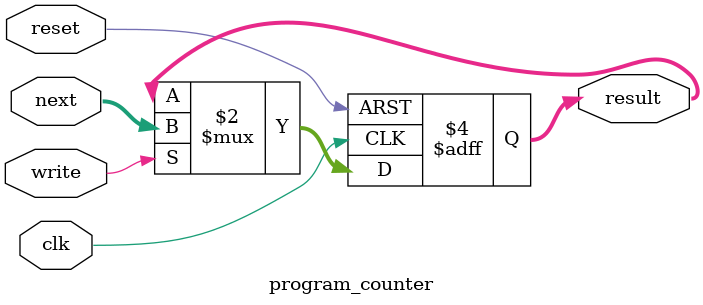
<source format=sv>
module program_counter(
	input[9:0] next,
	input reset, clk, write,
	output logic[9:0] result	
);

	always@(posedge clk or posedge reset)
	begin
		if(reset)
			result = '0;
		else begin
			if(write)
				result <= next;
				
		$display("PC=%h", PCResult);
		
		end
	
	end

endmodule: program_counter
</source>
